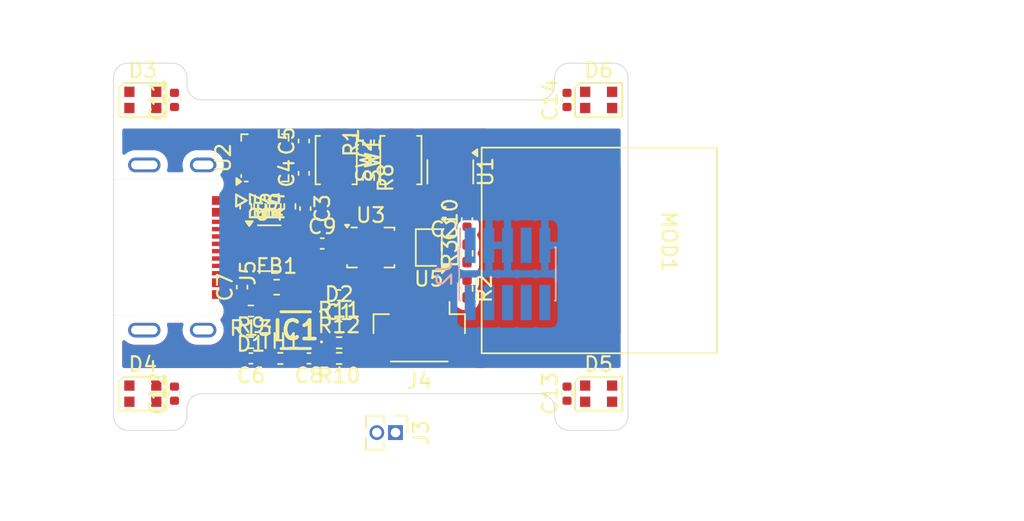
<source format=kicad_pcb>
(kicad_pcb (version 20241229) (generator "pcbnew") (generator_version "9.0")
  (layers (0 "F.Cu" signal) (4 "In1.Cu" signal) (6 "In2.Cu" signal) (2 "B.Cu" signal) (13 "F.Paste" user) (15 "B.Paste" user) (5 "F.SilkS" user "F.Silkscreen") (7 "B.SilkS" user "B.Silkscreen") (1 "F.Mask" user) (3 "B.Mask" user) (25 "Edge.Cuts" user))
  (net 0 "")
  (net 2 "+3.3V")
  (net 9 "GND")
  (net 10 "+5V")
  (net 11 "Net-(U2-D+)")
  (net 12 "Net-(U2-D-)")
  (net 27 "Net-(U2-VDD)")
  (net 28 "SWDCLK")
  (net 29 "SWDIO")
  (net 30 "~{RESET}")
  (net 31 "UART_RX")
  (net 32 "UART_TX")
  (net 33 "Net-(MOD1-P027{slash}SCL)")
  (net 34 "Net-(MOD1-P026{slash}SDA)")
  (net 35 "Net-(D1-K)")
  (net 36 "Net-(D1-A)")
  (net 37 "Net-(U2-TXD)")
  (net 38 "Net-(U2-RXD)")
  (net 39 "Net-(U4-VP)")
  (net 40 "Net-(R6-Pad1)")
  (net 41 "Net-(R7-Pad1)")
  (net 43 "Net-(U1-EN)")
  (net 44 "Net-(IC1-BATT)")
  (net 45 "Net-(C7-Pad1)")
  (net 46 "Net-(D2-A)")
  (net 47 "Net-(D2-K)")
  (net 48 "Net-(IC1-IPRE_TERM)")
  (net 49 "Net-(IC1-NTC)")
  (net 50 "Net-(IC1-ISET)")
  (net 51 "Net-(IC1-BATTSNS)")
  (net 77 "Net-(U3-GND-Pad6)")
  (net 93 "Net-(R8-Pad2)")
  (footprint "bt832lib:C_0402_1005Metric" (layer "F.Cu") (at 140.35 107.75 90)
    (property "Reference" "C14" (at 0 -1.16 90) (layer "F.SilkS"))
    (property "Value" "C_Small")
    (fp_line (start -0.107835 -0.359999) (end 0.107837 -0.36) (stroke (width 0.12)) (layer "F.SilkS"))
    (fp_line (start -0.107837 0.36) (end 0.107835 0.359999) (stroke (width 0.12)) (layer "F.SilkS"))
    (pad "1" smd roundrect (at -0.48 0 90) (size 0.56 0.62) (layers "F.Cu" "F.Mask" "F.Paste"))
    (pad "2" smd roundrect (at 0.48 0 90) (size 0.56 0.62) (layers "F.Cu" "F.Mask" "F.Paste"))
  )
  (footprint "bt832lib:R_0402_1005Metric_Pad0.72x0.64mm_HandSolder" (layer "F.Cu") (at 124.85 123.216667)
    (property "Reference" "R11" (at 0 -1.17 0) (layer "F.SilkS"))
    (property "Value" "R_Small")
    (fp_line (start -0.167621 -0.38) (end 0.167621 -0.38) (stroke (width 0.12)) (layer "F.SilkS"))
    (fp_line (start -0.167621 0.38) (end 0.167621 0.38) (stroke (width 0.12)) (layer "F.SilkS"))
    (pad "1" smd roundrect (at -0.5975 0) (size 0.715 0.64) (layers "F.Cu" "F.Mask" "F.Paste") (net 48 "Net-(IC1-IPRE_TERM)"))
    (pad "2" smd roundrect (at 0.5975 0) (size 0.715 0.64) (layers "F.Cu" "F.Mask" "F.Paste") (net 9 "GND"))
  )
  (footprint "bt832lib:C_0402_1005Metric" (layer "F.Cu") (at 122.8 125.35 180)
    (property "Reference" "C8" (at 0 -1.16 0) (layer "F.SilkS"))
    (property "Value" "C_Small")
    (fp_line (start -0.107833 -0.359996) (end 0.107838 -0.36) (stroke (width 0.12)) (layer "F.SilkS"))
    (fp_line (start -0.107838 0.36) (end 0.107833 0.359996) (stroke (width 0.12)) (layer "F.SilkS"))
    (pad "1" smd roundrect (at -0.48 0 180) (size 0.56 0.62) (layers "F.Cu" "F.Mask" "F.Paste") (net 10 "+5V"))
    (pad "2" smd roundrect (at 0.48 0 180) (size 0.56 0.62) (layers "F.Cu" "F.Mask" "F.Paste") (net 9 "GND"))
  )
  (footprint "bt832lib:R_0402_1005Metric_Pad0.72x0.64mm_HandSolder" (layer "F.Cu") (at 124.85 125.35 180)
    (property "Reference" "R10" (at 0 -1.17 0) (layer "F.SilkS"))
    (property "Value" "R_Small")
    (fp_line (start -0.167619 0.380003) (end 0.167619 0.379999) (stroke (width 0.12)) (layer "F.SilkS"))
    (fp_line (start -0.167619 -0.379999) (end 0.167619 -0.380003) (stroke (width 0.12)) (layer "F.SilkS"))
    (pad "1" smd roundrect (at -0.5975 0 180) (size 0.715 0.64) (layers "F.Cu" "F.Mask" "F.Paste") (net 46 "Net-(D2-A)"))
    (pad "2" smd roundrect (at 0.5975 0 180) (size 0.715 0.64) (layers "F.Cu" "F.Mask" "F.Paste") (net 10 "+5V"))
  )
  (footprint "bt832lib:SOT-23-5" (layer "F.Cu") (at 132.4125 112.65 -90)
    (property "Reference" "U1" (at 0 -2.4 90) (layer "F.SilkS"))
    (property "Value" "AP2112K-3.3")
    (fp_line (start 0 1.56) (end -0.8 1.56) (stroke (width 0.12)) (layer "F.SilkS"))
    (fp_line (start 0 1.56) (end 0.8 1.56) (stroke (width 0.12)) (layer "F.SilkS"))
    (fp_line (start 0 -1.56) (end -0.8 -1.56) (stroke (width 0.12)) (layer "F.SilkS"))
    (fp_line (start 0 -1.56) (end 0.8 -1.56) (stroke (width 0.12)) (layer "F.SilkS"))
    (fp_poly (pts (xy -1.300001 -1.509996) (xy -1.54 -1.84) (xy -1.059998 -1.84)) (stroke (width 0.12)) (fill yes) (layer "F.SilkS"))
    (pad "1" smd roundrect (at -1.1375 -0.95 270) (size 1.325 0.6) (layers "F.Cu" "F.Mask" "F.Paste") (net 43 "Net-(U1-EN)"))
    (pad "2" smd roundrect (at -1.1375 0 270) (size 1.325 0.6) (layers "F.Cu" "F.Mask" "F.Paste") (net 9 "GND"))
    (pad "3" smd roundrect (at -1.1375 0.95 270) (size 1.325 0.6) (layers "F.Cu" "F.Mask" "F.Paste") (net 43 "Net-(U1-EN)"))
    (pad "4" smd roundrect (at 1.1375 0.95 270) (size 1.325 0.6) (layers "F.Cu" "F.Mask" "F.Paste"))
    (pad "5" smd roundrect (at 1.1375 -0.95 270) (size 1.325 0.6) (layers "F.Cu" "F.Mask" "F.Paste") (net 2 "+3.3V"))
  )
  (footprint "bt832lib:C_0402_1005Metric" (layer "F.Cu") (at 132 115.4 180)
    (property "Reference" "C2" (at 0 -1.16 0) (layer "F.SilkS"))
    (property "Value" "C_Small")
    (fp_line (start -0.107834 -0.359996) (end 0.107838 -0.36) (stroke (width 0.12)) (layer "F.SilkS"))
    (fp_line (start -0.107838 0.36) (end 0.107834 0.359996) (stroke (width 0.12)) (layer "F.SilkS"))
    (pad "1" smd roundrect (at -0.48 0 180) (size 0.56 0.62) (layers "F.Cu" "F.Mask" "F.Paste") (net 2 "+3.3V"))
    (pad "2" smd roundrect (at 0.48 0 180) (size 0.56 0.62) (layers "F.Cu" "F.Mask" "F.Paste") (net 9 "GND"))
  )
  (footprint "bt832lib:R_0402_1005Metric_Pad0.72x0.64mm_HandSolder" (layer "F.Cu") (at 119.45 115 -90)
    (property "Reference" "R4" (at 0 -1.17 90) (layer "F.SilkS"))
    (property "Value" "R_Small")
    (fp_line (start -0.16762 0.380004) (end 0.167618 0.379999) (stroke (width 0.12)) (layer "F.SilkS"))
    (fp_line (start -0.167618 -0.379999) (end 0.16762 -0.380004) (stroke (width 0.12)) (layer "F.SilkS"))
    (pad "1" smd roundrect (at -0.5975 0 270) (size 0.715 0.64) (layers "F.Cu" "F.Mask" "F.Paste") (net 37 "Net-(U2-TXD)"))
    (pad "2" smd roundrect (at 0.5975 0 270) (size 0.715 0.64) (layers "F.Cu" "F.Mask" "F.Paste") (net 31 "UART_RX"))
  )
  (footprint "bt832lib:C_0402_1005Metric" (layer "F.Cu") (at 123.7 117.53)
    (property "Reference" "C9" (at 0 -1.16 0) (layer "F.SilkS"))
    (property "Value" "C_Small")
    (fp_line (start -0.107836 -0.36) (end 0.107836 -0.36) (stroke (width 0.12)) (layer "F.SilkS"))
    (fp_line (start -0.107836 0.36) (end 0.107836 0.36) (stroke (width 0.12)) (layer "F.SilkS"))
    (pad "1" smd roundrect (at -0.48 0) (size 0.56 0.62) (layers "F.Cu" "F.Mask" "F.Paste"))
    (pad "2" smd roundrect (at 0.48 0) (size 0.56 0.62) (layers "F.Cu" "F.Mask" "F.Paste"))
  )
  (footprint "bt832lib:LED_WS2812B-2020_PLCC4_2.0x2.0mm" (layer "F.Cu") (at 142.5 107.75)
    (property "Reference" "D6" (at 0 -2 0) (layer "F.SilkS"))
    (property "Value" "WS2812B-2020")
    (fp_line (start -1.6 1.15) (end -1.6 -0.85) (stroke (width 0.12)) (layer "F.SilkS"))
    (fp_line (start -1.6 1.15) (end 1.6 1.15) (stroke (width 0.12)) (layer "F.SilkS"))
    (fp_line (start -1.3 -1.15) (end -1.6 -0.85) (stroke (width 0.12)) (layer "F.SilkS"))
    (fp_line (start -1.3 -1.15) (end 1.6 -1.15) (stroke (width 0.12)) (layer "F.SilkS"))
    (fp_line (start 1.6 -1.15) (end 1.6 1.15) (stroke (width 0.12)) (layer "F.SilkS"))
    (pad "1" smd rect (at -0.915 -0.55) (size 0.7 0.7) (layers "F.Cu" "F.Mask" "F.Paste"))
    (pad "2" smd rect (at -0.915 0.55) (size 0.7 0.7) (layers "F.Cu" "F.Mask" "F.Paste"))
    (pad "3" smd rect (at 0.915 0.55) (size 0.7 0.7) (layers "F.Cu" "F.Mask" "F.Paste"))
    (pad "4" smd rect (at 0.915 -0.55) (size 0.7 0.7) (layers "F.Cu" "F.Mask" "F.Paste"))
  )
  (footprint "bt832lib:Molex_Pico-Clasp_501331-0407_1x04-1MP_P1.00mm_Vertical" (layer "F.Cu") (at 130.3 123.6 180)
    (property "Reference" "J4" (at 0.000004 -3.3 0) (layer "F.SilkS"))
    (property "Value" "Conn_01x04")
    (fp_line (start 3.110003 1.26) (end 2.06 1.26) (stroke (width 0.12)) (layer "F.SilkS"))
    (fp_line (start 3.110001 -0.039999) (end 3.110003 1.26) (stroke (width 0.12)) (layer "F.SilkS"))
    (fp_line (start -1.939997 -1.96) (end 1.94 -1.96) (stroke (width 0.12)) (layer "F.SilkS"))
    (fp_line (start -2.06 1.26) (end -2.060001 2.100001) (stroke (width 0.12)) (layer "F.SilkS"))
    (fp_line (start -3.11 1.26) (end -2.06 1.26) (stroke (width 0.12)) (layer "F.SilkS"))
    (fp_line (start -3.11 -0.04) (end -3.11 1.26) (stroke (width 0.12)) (layer "F.SilkS"))
    (pad "1" smd roundrect (at -1.5 1.325004 180) (size 0.6 1.55) (layers "F.Cu" "F.Mask" "F.Paste"))
    (pad "2" smd roundrect (at -0.499998 1.325007 180) (size 0.6 1.55) (layers "F.Cu" "F.Mask" "F.Paste"))
    (pad "3" smd roundrect (at 0.5 1.325 180) (size 0.6 1.55) (layers "F.Cu" "F.Mask" "F.Paste"))
    (pad "4" smd roundrect (at 1.5 1.325001 180) (size 0.6 1.55) (layers "F.Cu" "F.Mask" "F.Paste"))
    (pad "MP" smd roundrect (at -2.799999 -1.2 180) (size 1.2 1.8) (layers "F.Cu" "F.Mask" "F.Paste") (roundrect_rratio 0.208333))
    (pad "MP" smd roundrect (at 2.799999 -1.2 180) (size 1.2 1.8) (layers "F.Cu" "F.Mask" "F.Paste") (roundrect_rratio 0.208333))
  )
  (footprint "bt832lib:PinHeader_1x02_P1.27mm_Vertical" (layer "F.Cu") (at 128.685 130.399999 -90)
    (property "Reference" "J3" (at 0 -1.745 90) (layer "F.SilkS"))
    (property "Value" "Conn_01x02")
    (fp_line (start 0.317922 2.015) (end 1.16 2.014998) (stroke (width 0.12)) (layer "F.SilkS"))
    (fp_line (start -1.160002 2.014999) (end -0.317924 2.015) (stroke (width 0.12)) (layer "F.SilkS"))
    (fp_line (start 0.666709 0.810001) (end 1.159999 0.81) (stroke (width 0.12)) (layer "F.SilkS"))
    (fp_line (start 1.159999 0.81) (end 1.16 2.014998) (stroke (width 0.12)) (layer "F.SilkS"))
    (fp_line (start -1.160001 0.809999) (end -1.160002 2.014999) (stroke (width 0.12)) (layer "F.SilkS"))
    (fp_line (start -1.160001 0.809999) (end -0.666709 0.809999) (stroke (width 0.12)) (layer "F.SilkS"))
    (fp_line (start -1.16 0) (end -1.159999 -0.81) (stroke (width 0.12)) (layer "F.SilkS"))
    (fp_line (start -1.159999 -0.81) (end 0 -0.81) (stroke (width 0.12)) (layer "F.SilkS"))
    (pad "1" thru_hole rect (at 0 0 270) (size 1 1) (drill 0.65) (layers "*.Cu" "*.Mask") (net 44 "Net-(IC1-BATT)"))
    (pad "2" thru_hole circle (at 0 1.270001 270) (size 1 1) (drill 0.65) (layers "*.Cu" "*.Mask") (net 9 "GND"))
  )
  (footprint "bt832lib:C_0402_1005Metric" (layer "F.Cu") (at 113.65 107.75 90)
    (property "Reference" "C11" (at 0 -1.16 90) (layer "F.SilkS"))
    (property "Value" "C_Small")
    (fp_line (start -0.107835 -0.359999) (end 0.107837 -0.36) (stroke (width 0.12)) (layer "F.SilkS"))
    (fp_line (start -0.107837 0.36) (end 0.107835 0.359999) (stroke (width 0.12)) (layer "F.SilkS"))
    (pad "1" smd roundrect (at -0.48 0 90) (size 0.56 0.62) (layers "F.Cu" "F.Mask" "F.Paste"))
    (pad "2" smd roundrect (at 0.48 0 90) (size 0.56 0.62) (layers "F.Cu" "F.Mask" "F.Paste"))
  )
  (footprint "bt832lib:SW_SPST_B3U-1000P" (layer "F.Cu") (at 124.65 111.85 -90)
    (property "Reference" "SW1" (at -0.000001 -2.5 90) (layer "F.SilkS"))
    (property "Value" "SW_Omron_B3FS")
    (fp_line (start 1.649998 1.400001) (end 1.65 1.1) (stroke (width 0.12)) (layer "F.SilkS"))
    (fp_line (start -1.650001 1.399999) (end 1.649998 1.400001) (stroke (width 0.12)) (layer "F.SilkS"))
    (fp_line (start -1.65 1.1) (end -1.650001 1.399999) (stroke (width 0.12)) (layer "F.SilkS"))
    (fp_line (start -1.65 -1.1) (end -1.649998 -1.400001) (stroke (width 0.12)) (layer "F.SilkS"))
    (fp_line (start 1.650001 -1.399999) (end 1.65 -1.1) (stroke (width 0.12)) (layer "F.SilkS"))
    (fp_line (start -1.649998 -1.400001) (end 1.650001 -1.399999) (stroke (width 0.12)) (layer "F.SilkS"))
    (pad "1" smd rect (at -1.7 0 270) (size 0.9 1.7) (layers "F.Cu" "F.Mask" "F.Paste") (net 30 "~{RESET}"))
    (pad "2" smd rect (at 1.7 0 270) (size 0.9 1.7) (layers "F.Cu" "F.Mask" "F.Paste") (net 9 "GND"))
  )
  (footprint "bt832lib:C_0402_1005Metric" (layer "F.Cu") (at 133.55 115.9 90)
    (property "Reference" "C10" (at 0 -1.16 90) (layer "F.SilkS"))
    (property "Value" "C_Small")
    (fp_line (start -0.107835 -0.359999) (end 0.107837 -0.36) (stroke (width 0.12)) (layer "F.SilkS"))
    (fp_line (start -0.107837 0.36) (end 0.107835 0.359999) (stroke (width 0.12)) (layer "F.SilkS"))
    (pad "1" smd roundrect (at -0.48 0 90) (size 0.56 0.62) (layers "F.Cu" "F.Mask" "F.Paste"))
    (pad "2" smd roundrect (at 0.48 0 90) (size 0.56 0.62) (layers "F.Cu" "F.Mask" "F.Paste"))
  )
  (footprint "bt832lib:R_0402_1005Metric_Pad0.72x0.64mm_HandSolder" (layer "F.Cu") (at 118.5 115 -90)
    (property "Reference" "R5" (at 0 -1.17 90) (layer "F.SilkS"))
    (property "Value" "R_Small")
    (fp_line (start -0.16762 0.380004) (end 0.167619 0.379999) (stroke (width 0.12)) (layer "F.SilkS"))
    (fp_line (start -0.167619 -0.379999) (end 0.16762 -0.380004) (stroke (width 0.12)) (layer "F.SilkS"))
    (pad "1" smd roundrect (at -0.5975 0 270) (size 0.715 0.64) (layers "F.Cu" "F.Mask" "F.Paste") (net 38 "Net-(U2-RXD)"))
    (pad "2" smd roundrect (at 0.5975 0 270) (size 0.715 0.64) (layers "F.Cu" "F.Mask" "F.Paste") (net 32 "UART_TX"))
  )
  (footprint "bt832lib:LGA-14_3x2.5mm_P0.5mm_LayoutBorder3x4y" (layer "F.Cu") (at 127 117.8)
    (property "Reference" "U3" (at 0 -2.2 0) (layer "F.SilkS"))
    (property "Value" "LSM6DSM")
    (fp_line (start -1.61 1.359997) (end -1.610004 1.185001) (stroke (width 0.12)) (layer "F.SilkS"))
    (fp_line (start -0.935001 -1.36) (end -1.309999 -1.359999) (stroke (width 0.12)) (layer "F.SilkS"))
    (fp_line (start -0.935 1.359999) (end -1.61 1.359997) (stroke (width 0.12)) (layer "F.SilkS"))
    (fp_line (start 0.935 -1.359999) (end 1.61 -1.359997) (stroke (width 0.12)) (layer "F.SilkS"))
    (fp_line (start 0.935001 1.36) (end 1.610001 1.359998) (stroke (width 0.12)) (layer "F.SilkS"))
    (fp_line (start 1.61 -1.359997) (end 1.610004 -1.185001) (stroke (width 0.12)) (layer "F.SilkS"))
    (fp_line (start 1.610001 1.359998) (end 1.61 1.184999) (stroke (width 0.12)) (layer "F.SilkS"))
    (fp_poly (pts (xy -1.610001 -1.359998) (xy -1.749998 -1.549999) (xy -1.47 -1.549999) (xy -1.610001 -1.359998)) (stroke (width 0.12)) (fill yes) (layer "F.SilkS"))
    (pad "1" smd roundrect (at -1.162499 -0.75) (size 0.625 0.35) (layers "F.Cu" "F.Mask" "F.Paste"))
    (pad "2" smd roundrect (at -1.162504 -0.250002) (size 0.625 0.35) (layers "F.Cu" "F.Mask" "F.Paste"))
    (pad "3" smd roundrect (at -1.162501 0.250004) (size 0.625 0.35) (layers "F.Cu" "F.Mask" "F.Paste"))
    (pad "4" smd roundrect (at -1.1625 0.750001) (size 0.625 0.35) (layers "F.Cu" "F.Mask" "F.Paste"))
    (pad "5" smd roundrect (at -0.500001 0.9125) (size 0.35 0.625) (layers "F.Cu" "F.Mask" "F.Paste"))
    (pad "6" smd roundrect (at 0 0.9125) (size 0.35 0.625) (layers "F.Cu" "F.Mask" "F.Paste") (net 77 "Net-(U3-GND-Pad6)"))
    (pad "7" smd roundrect (at 0.5 0.9125) (size 0.35 0.625) (layers "F.Cu" "F.Mask" "F.Paste") (net 77 "Net-(U3-GND-Pad6)"))
    (pad "8" smd roundrect (at 1.162499 0.75) (size 0.625 0.35) (layers "F.Cu" "F.Mask" "F.Paste"))
    (pad "9" smd roundrect (at 1.162504 0.250002) (size 0.625 0.35) (layers "F.Cu" "F.Mask" "F.Paste"))
    (pad "10" smd roundrect (at 1.162501 -0.250004) (size 0.625 0.35) (layers "F.Cu" "F.Mask" "F.Paste"))
    (pad "11" smd roundrect (at 1.1625 -0.750001) (size 0.625 0.35) (layers "F.Cu" "F.Mask" "F.Paste"))
    (pad "12" smd roundrect (at 0.500001 -0.9125) (size 0.35 0.625) (layers "F.Cu" "F.Mask" "F.Paste"))
    (pad "13" smd roundrect (at 0 -0.9125) (size 0.35 0.625) (layers "F.Cu" "F.Mask" "F.Paste"))
    (pad "14" smd roundrect (at -0.5 -0.9125) (size 0.35 0.625) (layers "F.Cu" "F.Mask" "F.Paste"))
  )
  (footprint "bt832lib:C_0402_1005Metric" (layer "F.Cu") (at 122.45 112.75 90)
    (property "Reference" "C4" (at 0 -1.16 90) (layer "F.SilkS"))
    (property "Value" "C_Small")
    (fp_line (start -0.107834 -0.359996) (end 0.107838 -0.36) (stroke (width 0.12)) (layer "F.SilkS"))
    (fp_line (start -0.107838 0.36) (end 0.107834 0.359996) (stroke (width 0.12)) (layer "F.SilkS"))
    (pad "1" smd roundrect (at -0.48 0 90) (size 0.56 0.62) (layers "F.Cu" "F.Mask" "F.Paste") (net 10 "+5V"))
    (pad "2" smd roundrect (at 0.48 0 90) (size 0.56 0.62) (layers "F.Cu" "F.Mask" "F.Paste") (net 9 "GND"))
  )
  (footprint "bt832lib:R_0402_1005Metric_Pad0.72x0.64mm_HandSolder" (layer "F.Cu") (at 120.5 115 90)
    (property "Reference" "R7" (at 0 -1.17 90) (layer "F.SilkS"))
    (property "Value" "R_Small")
    (fp_line (start -0.167619 -0.379999) (end 0.16762 -0.380004) (stroke (width 0.12)) (layer "F.SilkS"))
    (fp_line (start -0.16762 0.380004) (end 0.167619 0.379999) (stroke (width 0.12)) (layer "F.SilkS"))
    (pad "1" smd roundrect (at -0.5975 0 90) (size 0.715 0.64) (layers "F.Cu" "F.Mask" "F.Paste") (net 41 "Net-(R7-Pad1)"))
    (pad "2" smd roundrect (at 0.5975 0 90) (size 0.715 0.64) (layers "F.Cu" "F.Mask" "F.Paste") (net 11 "Net-(U2-D+)"))
  )
  (footprint "bt832lib:C_0402_1005Metric" (layer "F.Cu") (at 122.55 115.15 -90)
    (property "Reference" "C3" (at 0 -1.16 90) (layer "F.SilkS"))
    (property "Value" "C_Small")
    (fp_line (start -0.107838 0.36) (end 0.107834 0.359996) (stroke (width 0.12)) (layer "F.SilkS"))
    (fp_line (start -0.107834 -0.359996) (end 0.107838 -0.36) (stroke (width 0.12)) (layer "F.SilkS"))
    (pad "1" smd roundrect (at -0.48 0 270) (size 0.56 0.62) (layers "F.Cu" "F.Mask" "F.Paste") (net 27 "Net-(U2-VDD)"))
    (pad "2" smd roundrect (at 0.48 0 270) (size 0.56 0.62) (layers "F.Cu" "F.Mask" "F.Paste") (net 9 "GND"))
  )
  (footprint "bt832lib:LED_WS2812B-2020_PLCC4_2.0x2.0mm" (layer "F.Cu") (at 111.5 127.75)
    (property "Reference" "D4" (at 0 -2 0) (layer "F.SilkS"))
    (property "Value" "WS2812B-2020")
    (fp_line (start -1.6 1.15) (end -1.6 -0.85) (stroke (width 0.12)) (layer "F.SilkS"))
    (fp_line (start -1.6 1.15) (end 1.6 1.15) (stroke (width 0.12)) (layer "F.SilkS"))
    (fp_line (start -1.3 -1.15) (end -1.6 -0.85) (stroke (width 0.12)) (layer "F.SilkS"))
    (fp_line (start -1.3 -1.15) (end 1.6 -1.15) (stroke (width 0.12)) (layer "F.SilkS"))
    (fp_line (start 1.6 -1.15) (end 1.6 1.15) (stroke (width 0.12)) (layer "F.SilkS"))
    (pad "1" smd rect (at -0.915 -0.55) (size 0.7 0.7) (layers "F.Cu" "F.Mask" "F.Paste"))
    (pad "2" smd rect (at -0.915 0.55) (size 0.7 0.7) (layers "F.Cu" "F.Mask" "F.Paste"))
    (pad "3" smd rect (at 0.915 0.55) (size 0.7 0.7) (layers "F.Cu" "F.Mask" "F.Paste"))
    (pad "4" smd rect (at 0.915 -0.55) (size 0.7 0.7) (layers "F.Cu" "F.Mask" "F.Paste"))
  )
  (footprint "bt832lib:C_0402_1005Metric" (layer "F.Cu") (at 118.25 120.5 90)
    (property "Reference" "C7" (at 0 -1.16 90) (layer "F.SilkS"))
    (property "Value" "C_Small")
    (fp_line (start -0.107834 -0.359996) (end 0.107838 -0.36) (stroke (width 0.12)) (layer "F.SilkS"))
    (fp_line (start -0.107838 0.36) (end 0.107834 0.359996) (stroke (width 0.12)) (layer "F.SilkS"))
    (pad "1" smd roundrect (at -0.48 0 90) (size 0.56 0.62) (layers "F.Cu" "F.Mask" "F.Paste") (net 45 "Net-(C7-Pad1)"))
    (pad "2" smd roundrect (at 0.48 0 90) (size 0.56 0.62) (layers "F.Cu" "F.Mask" "F.Paste") (net 9 "GND"))
  )
  (footprint "bt832lib:QFN-20-1EP_3x3mm_P0.4mm_EP1.65x1.65mm" (layer "F.Cu") (at 119.8 111.7 90)
    (property "Reference" "U2" (at 0 -2.83 90) (layer "F.SilkS"))
    (property "Value" "CP2102N-Axx-xQFN20")
    (fp_line (start 1.159995 -1.610001) (end 1.61 -1.61) (stroke (width 0.12)) (layer "F.SilkS"))
    (fp_line (start 1.61 -1.61) (end 1.609996 -1.160003) (stroke (width 0.12)) (layer "F.SilkS"))
    (fp_line (start -1.160003 -1.609996) (end -1.31 -1.61) (stroke (width 0.12)) (layer "F.SilkS"))
    (fp_line (start -1.610001 -1.159995) (end -1.61 -1.37) (stroke (width 0.12)) (layer "F.SilkS"))
    (fp_line (start 1.160003 1.609996) (end 1.61 1.61) (stroke (width 0.12)) (layer "F.SilkS"))
    (fp_line (start 1.61 1.61) (end 1.610001 1.159995) (stroke (width 0.12)) (layer "F.SilkS"))
    (fp_line (start -1.61 1.61) (end -1.609996 1.160003) (stroke (width 0.12)) (layer "F.SilkS"))
    (fp_line (start -1.159995 1.610001) (end -1.61 1.61) (stroke (width 0.12)) (layer "F.SilkS"))
    (fp_poly (pts (xy -1.61 -1.61) (xy -1.849998 -1.940001) (xy -1.37 -1.94)) (stroke (width 0.12)) (fill yes) (layer "F.SilkS"))
    (pad "1" smd roundrect (at -1.45 -0.8 90) (size 0.85 0.2) (layers "F.Cu" "F.Mask" "F.Paste"))
    (pad "2" smd roundrect (at -1.449997 -0.399999 90) (size 0.85 0.2) (layers "F.Cu" "F.Mask" "F.Paste"))
    (pad "3" smd roundrect (at -1.449998 0 90) (size 0.85 0.2) (layers "F.Cu" "F.Mask" "F.Paste") (net 9 "GND"))
    (pad "4" smd roundrect (at -1.449997 0.399999 90) (size 0.85 0.2) (layers "F.Cu" "F.Mask" "F.Paste") (net 11 "Net-(U2-D+)"))
    (pad "5" smd roundrect (at -1.45 0.8 90) (size 0.85 0.2) (layers "F.Cu" "F.Mask" "F.Paste") (net 12 "Net-(U2-D-)"))
    (pad "6" smd roundrect (at -0.8 1.45 90) (size 0.2 0.85) (layers "F.Cu" "F.Mask" "F.Paste") (net 27 "Net-(U2-VDD)"))
    (pad "7" smd roundrect (at -0.399999 1.449997 90) (size 0.2 0.85) (layers "F.Cu" "F.Mask" "F.Paste") (net 10 "+5V"))
    (pad "8" smd roundrect (at 0 1.449998 90) (size 0.2 0.85) (layers "F.Cu" "F.Mask" "F.Paste") (net 10 "+5V"))
    (pad "9" smd roundrect (at 0.399999 1.449997 90) (size 0.2 0.85) (layers "F.Cu" "F.Mask" "F.Paste") (net 30 "~{RESET}"))
    (pad "10" smd roundrect (at 0.8 1.45 90) (size 0.2 0.85) (layers "F.Cu" "F.Mask" "F.Paste"))
    (pad "11" smd roundrect (at 1.45 0.8 90) (size 0.85 0.2) (layers "F.Cu" "F.Mask" "F.Paste"))
    (pad "12" smd roundrect (at 1.449997 0.399999 90) (size 0.85 0.2) (layers "F.Cu" "F.Mask" "F.Paste") (net 9 "GND"))
    (pad "13" smd roundrect (at 1.449998 0 90) (size 0.85 0.2) (layers "F.Cu" "F.Mask" "F.Paste"))
    (pad "14" smd roundrect (at 1.449997 -0.399999 90) (size 0.85 0.2) (layers "F.Cu" "F.Mask" "F.Paste"))
    (pad "15" smd roundrect (at 1.45 -0.8 90) (size 0.85 0.2) (layers "F.Cu" "F.Mask" "F.Paste"))
    (pad "16" smd roundrect (at 0.8 -1.45 90) (size 0.2 0.85) (layers "F.Cu" "F.Mask" "F.Paste"))
    (pad "17" smd roundrect (at 0.399999 -1.449997 90) (size 0.2 0.85) (layers "F.Cu" "F.Mask" "F.Paste") (net 38 "Net-(U2-RXD)"))
    (pad "18" smd roundrect (at 0 -1.449998 90) (size 0.2 0.85) (layers "F.Cu" "F.Mask" "F.Paste") (net 37 "Net-(U2-TXD)"))
    (pad "19" smd roundrect (at -0.399999 -1.449997 90) (size 0.2 0.85) (layers "F.Cu" "F.Mask" "F.Paste"))
    (pad "20" smd roundrect (at -0.8 -1.45 90) (size 0.2 0.85) (layers "F.Cu" "F.Mask" "F.Paste"))
    (pad "21" smd rect (at 0 0 90) (size 1.65 1.65) (property pad_prop_heatsink) (layers "F.Cu" "F.Mask") (net 9 "GND"))
  )
  (footprint "bt832lib:LED_0402_1005Metric_Pad0.77x0.64mm_HandSolder" (layer "F.Cu") (at 118.85 123.2 180)
    (property "Reference" "D1" (at 0 -1.17 0) (layer "F.SilkS"))
    (property "Value" "LED")
    (fp_circle (center -1.265 0) (end -1.215 0) (stroke (width 0.1)) (fill no) (layer "F.SilkS"))
    (pad "1" smd roundrect (at -0.5725 0 180) (size 0.765 0.64) (layers "F.Cu" "F.Mask" "F.Paste") (net 35 "Net-(D1-K)"))
    (pad "2" smd roundrect (at 0.5725 0 180) (size 0.765 0.64) (layers "F.Cu" "F.Mask" "F.Paste") (net 36 "Net-(D1-A)"))
  )
  (footprint "bt832lib:C_0402_1005Metric" (layer "F.Cu") (at 140.35 127.75 90)
    (property "Reference" "C13" (at 0 -1.16 90) (layer "F.SilkS"))
    (property "Value" "C_Small")
    (fp_line (start -0.107835 -0.359999) (end 0.107837 -0.36) (stroke (width 0.12)) (layer "F.SilkS"))
    (fp_line (start -0.107837 0.36) (end 0.107835 0.359999) (stroke (width 0.12)) (layer "F.SilkS"))
    (pad "1" smd roundrect (at -0.48 0 90) (size 0.56 0.62) (layers "F.Cu" "F.Mask" "F.Paste"))
    (pad "2" smd roundrect (at 0.48 0 90) (size 0.56 0.62) (layers "F.Cu" "F.Mask" "F.Paste"))
  )
  (footprint "bt832lib:R_0402_1005Metric_Pad0.72x0.64mm_HandSolder" (layer "F.Cu") (at 133.55 120.6 -90)
    (property "Reference" "R2" (at 0 -1.17 90) (layer "F.SilkS"))
    (property "Value" "R_Small")
    (fp_line (start -0.167618 0.380001) (end 0.167619 0.379999) (stroke (width 0.12)) (layer "F.SilkS"))
    (fp_line (start -0.167619 -0.379999) (end 0.167618 -0.380001) (stroke (width 0.12)) (layer "F.SilkS"))
    (pad "1" smd roundrect (at -0.5975 0 270) (size 0.715 0.64) (layers "F.Cu" "F.Mask" "F.Paste") (net 2 "+3.3V"))
    (pad "2" smd roundrect (at 0.5975 0 270) (size 0.715 0.64) (layers "F.Cu" "F.Mask" "F.Paste") (net 34 "Net-(MOD1-P026{slash}SDA)"))
  )
  (footprint "bt832lib:SC-74-6_1.55x2.9mm_P0.95mm" (layer "F.Cu") (at 120.1 117.85)
    (property "Reference" "U4" (at 0 -2.4 0) (layer "F.SilkS"))
    (property "Value" "IP4234CZ6")
    (fp_line (start 0 -1.56) (end -0.775 -1.56) (stroke (width 0.12)) (layer "F.SilkS"))
    (fp_line (start 0 -1.56) (end 0.775 -1.56) (stroke (width 0.12)) (layer "F.SilkS"))
    (fp_line (start 0 1.56) (end -0.775 1.56) (stroke (width 0.12)) (layer "F.SilkS"))
    (fp_line (start 0 1.56) (end 0.775 1.56) (stroke (width 0.12)) (layer "F.SilkS"))
    (fp_poly (pts (xy -1.362501 -1.51) (xy -1.6025 -1.84) (xy -1.1225 -1.84)) (stroke (width 0.12)) (fill yes) (layer "F.SilkS"))
    (pad "1" smd roundrect (at -1.150004 -0.949997) (size 1.6 0.6) (layers "F.Cu" "F.Mask" "F.Paste") (net 41 "Net-(R7-Pad1)"))
    (pad "2" smd roundrect (at -1.149999 0) (size 1.6 0.6) (layers "F.Cu" "F.Mask" "F.Paste") (net 9 "GND"))
    (pad "3" smd roundrect (at -1.150001 0.949998) (size 1.6 0.6) (layers "F.Cu" "F.Mask" "F.Paste"))
    (pad "4" smd roundrect (at 1.150004 0.949997) (size 1.6 0.6) (layers "F.Cu" "F.Mask" "F.Paste"))
    (pad "5" smd roundrect (at 1.149999 0) (size 1.6 0.6) (layers "F.Cu" "F.Mask" "F.Paste") (net 39 "Net-(U4-VP)"))
    (pad "6" smd roundrect (at 1.150001 -0.949998) (size 1.6 0.6) (layers "F.Cu" "F.Mask" "F.Paste") (net 40 "Net-(R6-Pad1)"))
  )
  (footprint "bt832lib:R_0402_1005Metric_Pad0.72x0.64mm_HandSolder" (layer "F.Cu") (at 121.5 115 90)
    (property "Reference" "R6" (at 0 -1.17 90) (layer "F.SilkS"))
    (property "Value" "R_Small")
    (fp_line (start -0.167619 -0.379999) (end 0.16762 -0.380004) (stroke (width 0.12)) (layer "F.SilkS"))
    (fp_line (start -0.16762 0.380004) (end 0.167619 0.379999) (stroke (width 0.12)) (layer "F.SilkS"))
    (pad "1" smd roundrect (at -0.5975 0 90) (size 0.715 0.64) (layers "F.Cu" "F.Mask" "F.Paste") (net 40 "Net-(R6-Pad1)"))
    (pad "2" smd roundrect (at 0.5975 0 90) (size 0.715 0.64) (layers "F.Cu" "F.Mask" "F.Paste") (net 12 "Net-(U2-D-)"))
  )
  (footprint "bt832lib:R_0402_1005Metric_Pad0.72x0.64mm_HandSolder" (layer "F.Cu") (at 124.85 124.283333)
    (property "Reference" "R12" (at 0 -1.17 0) (layer "F.SilkS"))
    (property "Value" "R_Small")
    (fp_line (start -0.167619 -0.379999) (end 0.167618 -0.380001) (stroke (width 0.12)) (layer "F.SilkS"))
    (fp_line (start -0.167618 0.380001) (end 0.167619 0.379999) (stroke (width 0.12)) (layer "F.SilkS"))
    (pad "1" smd roundrect (at -0.5975 0) (size 0.715 0.64) (layers "F.Cu" "F.Mask" "F.Paste") (net 50 "Net-(IC1-ISET)"))
    (pad "2" smd roundrect (at 0.5975 0) (size 0.715 0.64) (layers "F.Cu" "F.Mask" "F.Paste") (net 9 "GND"))
  )
  (footprint "bt832lib:WLCSP-8_1.551x2.284mm_Layout2x4_P0.5mm" (layer "F.Cu") (at 130.95 117.8 180)
    (property "Reference" "U5" (at 0.000004 -2.142 0) (layer "F.SilkS"))
    (property "Value" "AT25SL321-U")
    (fp_line (start 0.8855 1.251999) (end -0.885499 1.252001) (stroke (width 0.12)) (layer "F.SilkS"))
    (fp_line (start 0.885499 -1.252001) (end 0.8855 1.251999) (stroke (width 0.12)) (layer "F.SilkS"))
    (fp_line (start -0.497748 -1.252) (end 0.885499 -1.252001) (stroke (width 0.12)) (layer "F.SilkS"))
    (fp_line (start -0.885499 1.252001) (end -0.885499 -0.864246) (stroke (width 0.12)) (layer "F.SilkS"))
    (fp_poly (pts (xy -0.8855 -1.251999) (xy -1.3855 -1.252) (xy -0.885501 -1.752) (xy -0.8855 -1.251999)) (stroke (width 0.12)) (fill yes) (layer "F.SilkS"))
    (pad "A1" smd circle (at -0.250002 -0.749995 180) (size 0.2 0.2) (property pad_prop_bga) (layers "F.Cu" "F.Mask" "F.Paste"))
    (pad "A2" smd circle (at 0.249996 -0.749997 180) (size 0.2 0.2) (property pad_prop_bga) (layers "F.Cu" "F.Mask" "F.Paste"))
    (pad "B1" smd circle (at -0.249998 -0.249998 180) (size 0.2 0.2) (property pad_prop_bga) (layers "F.Cu" "F.Mask" "F.Paste"))
    (pad "B2" smd circle (at 0.249998 -0.249998 180) (size 0.2 0.2) (property pad_prop_bga) (layers "F.Cu" "F.Mask" "F.Paste"))
    (pad "C1" smd circle (at -0.249998 0.249998 180) (size 0.2 0.2) (property pad_prop_bga) (layers "F.Cu" "F.Mask" "F.Paste"))
    (pad "C2" smd circle (at 0.249998 0.249998 180) (size 0.2 0.2) (property pad_prop_bga) (layers "F.Cu" "F.Mask" "F.Paste"))
    (pad "D1" smd circle (at -0.249996 0.749997 180) (size 0.2 0.2) (property pad_prop_bga) (layers "F.Cu" "F.Mask" "F.Paste"))
    (pad "D2" smd circle (at 0.250002 0.749995 180) (size 0.2 0.2) (property pad_prop_bga) (layers "F.Cu" "F.Mask" "F.Paste"))
  )
  (footprint "bt832lib:LED_WS2812B-2020_PLCC4_2.0x2.0mm" (layer "F.Cu") (at 111.5 107.75)
    (property "Reference" "D3" (at 0 -2 0) (layer "F.SilkS"))
    (property "Value" "WS2812B-2020")
    (fp_line (start -1.6 1.15) (end -1.6 -0.85) (stroke (width 0.12)) (layer "F.SilkS"))
    (fp_line (start -1.6 1.15) (end 1.6 1.15) (stroke (width 0.12)) (layer "F.SilkS"))
    (fp_line (start -1.3 -1.15) (end -1.6 -0.85) (stroke (width 0.12)) (layer "F.SilkS"))
    (fp_line (start -1.3 -1.15) (end 1.6 -1.15) (stroke (width 0.12)) (layer "F.SilkS"))
    (fp_line (start 1.6 -1.15) (end 1.6 1.15) (stroke (width 0.12)) (layer "F.SilkS"))
    (pad "1" smd rect (at -0.915 -0.55) (size 0.7 0.7) (layers "F.Cu" "F.Mask" "F.Paste"))
    (pad "2" smd rect (at -0.915 0.55) (size 0.7 0.7) (layers "F.Cu" "F.Mask" "F.Paste"))
    (pad "3" smd rect (at 0.915 0.55) (size 0.7 0.7) (layers "F.Cu" "F.Mask" "F.Paste"))
    (pad "4" smd rect (at 0.915 -0.55) (size 0.7 0.7) (layers "F.Cu" "F.Mask" "F.Paste"))
  )
  (footprint "bt832lib:R_0402_1005Metric_Pad0.72x0.64mm_HandSolder" (layer "F.Cu") (at 126.85 113.05 -90)
    (property "Reference" "R8" (at 0 -1.17 90) (layer "F.SilkS"))
    (property "Value" "R_Small")
    (fp_line (start -0.167618 0.380001) (end 0.167618 0.379999) (stroke (width 0.12)) (layer "F.SilkS"))
    (fp_line (start -0.167618 -0.379999) (end 0.167618 -0.380001) (stroke (width 0.12)) (layer "F.SilkS"))
    (pad "1" smd roundrect (at -0.5975 0 270) (size 0.715 0.64) (layers "F.Cu" "F.Mask" "F.Paste") (net 2 "+3.3V"))
    (pad "2" smd roundrect (at 0.5975 0 270) (size 0.715 0.64) (layers "F.Cu" "F.Mask" "F.Paste") (net 93 "Net-(R8-Pad2)"))
  )
  (footprint "bt832lib:R_0402_1005Metric_Pad0.72x0.64mm_HandSolder" (layer "F.Cu") (at 118.85 124.275)
    (property "Reference" "R9" (at 0 -1.17 0) (layer "F.SilkS"))
    (property "Value" "R_Small")
    (fp_line (start -0.167619 -0.379999) (end 0.167618 -0.38) (stroke (width 0.12)) (layer "F.SilkS"))
    (fp_line (start -0.167618 0.38) (end 0.167619 0.379999) (stroke (width 0.12)) (layer "F.SilkS"))
    (pad "1" smd roundrect (at -0.5975 0) (size 0.715 0.64) (layers "F.Cu" "F.Mask" "F.Paste") (net 36 "Net-(D1-A)"))
    (pad "2" smd roundrect (at 0.5975 0) (size 0.715 0.64) (layers "F.Cu" "F.Mask" "F.Paste") (net 44 "Net-(IC1-BATT)"))
  )
  (footprint "bt832lib:L_0603_1608Metric_Pad1.05x0.95mm_HandSolder" (layer "F.Cu") (at 120.6 120.5)
    (property "Reference" "FB1" (at -0.000001 -1.429999 0) (layer "F.SilkS"))
    (property "Value" "FerriteBead_Small")
    (fp_line (start -0.171268 -0.509999) (end 0.171266 -0.509999) (stroke (width 0.12)) (layer "F.SilkS"))
    (fp_line (start -0.171266 0.509999) (end 0.171268 0.509999) (stroke (width 0.12)) (layer "F.SilkS"))
    (pad "1" smd roundrect (at -0.875 0) (size 1.05 0.95) (layers "F.Cu" "F.Mask" "F.Paste") (net 39 "Net-(U4-VP)"))
    (pad "2" smd roundrect (at 0.875 0) (size 1.05 0.95) (layers "F.Cu" "F.Mask" "F.Paste") (net 10 "+5V"))
  )
  (footprint "bt832lib:LED_0402_1005Metric_Pad0.77x0.64mm_HandSolder" (layer "F.Cu") (at 124.85 122.15)
    (property "Reference" "D2" (at 0 -1.17 0) (layer "F.SilkS"))
    (property "Value" "LED")
    (fp_circle (center -1.265 0) (end -1.215 0) (stroke (width 0.1)) (fill no) (layer "F.SilkS"))
    (pad "1" smd roundrect (at -0.5725 0) (size 0.765 0.64) (layers "F.Cu" "F.Mask" "F.Paste") (net 47 "Net-(D2-K)"))
    (pad "2" smd roundrect (at 0.5725 0) (size 0.765 0.64) (layers "F.Cu" "F.Mask" "F.Paste") (net 46 "Net-(D2-A)"))
  )
  (footprint "bt832lib:SW_SPST_B3U-1000P" (layer "F.Cu") (at 129.05 111.85 90)
    (property "Reference" "SW2" (at -0.000001 -2.5 90) (layer "F.SilkS"))
    (property "Value" "SW_Omron_B3FS")
    (fp_line (start -1.649998 -1.400001) (end 1.650001 -1.399999) (stroke (width 0.12)) (layer "F.SilkS"))
    (fp_line (start 1.650001 -1.399999) (end 1.65 -1.1) (stroke (width 0.12)) (layer "F.SilkS"))
    (fp_line (start -1.65 -1.1) (end -1.649998 -1.400001) (stroke (width 0.12)) (layer "F.SilkS"))
    (fp_line (start -1.65 1.1) (end -1.650001 1.399999) (stroke (width 0.12)) (layer "F.SilkS"))
    (fp_line (start -1.650001 1.399999) (end 1.649998 1.400001) (stroke (width 0.12)) (layer "F.SilkS"))
    (fp_line (start 1.649998 1.400001) (end 1.65 1.1) (stroke (width 0.12)) (layer "F.SilkS"))
    (pad "1" smd rect (at -1.7 0 90) (size 0.9 1.7) (layers "F.Cu" "F.Mask" "F.Paste") (net 93 "Net-(R8-Pad2)"))
    (pad "2" smd rect (at 1.7 0 90) (size 0.9 1.7) (layers "F.Cu" "F.Mask" "F.Paste"))
  )
  (footprint "bt832lib:MP2703GRP0000Z" (layer "F.Cu") (at 121.9 123.425 180)
    (property "Reference" "IC1" (at 0 0 0) (layer "F.SilkS") (effects (font (size 1.27 1.27) (thickness 0.254))))
    (property "Value" "MP2703GRP-0000-Z" (hide yes))
    (fp_line (start -0.999998 1.249999) (end 1.000001 1.249999) (stroke (width 0.2)) (layer "F.SilkS"))
    (fp_line (start -1.000001 -1.249999) (end 0.999998 -1.249999) (stroke (width 0.2)) (layer "F.SilkS"))
    (fp_line (start -1.699999 -0.8) (end -1.699999 -0.8) (stroke (width 0.1)) (layer "F.SilkS"))
    (fp_line (start -1.800001 -0.800001) (end -1.800001 -0.800001) (stroke (width 0.1)) (layer "F.SilkS"))
    (fp_arc (start -1.699999 -0.8) (mid -1.749999 -0.75) (end -1.800001 -0.800001) (stroke (width 0.1)) (layer "F.SilkS"))
    (fp_arc (start -1.800001 -0.800001) (mid -1.749999 -0.85) (end -1.699999 -0.8) (stroke (width 0.1)) (layer "F.SilkS"))
    (pad "1" smd rect (at -0.849999 -0.8 270) (size 0.2 0.9) (layers "F.Cu" "F.Mask" "F.Paste") (net 10 "+5V"))
    (pad "2" smd rect (at -0.9 -0.399999 270) (size 0.2 0.8) (layers "F.Cu" "F.Mask" "F.Paste") (net 50 "Net-(IC1-ISET)"))
    (pad "3" smd rect (at -0.9 0 270) (size 0.2 0.8) (layers "F.Cu" "F.Mask" "F.Paste") (net 9 "GND"))
    (pad "4" smd rect (at -0.9 0.4 270) (size 0.2 0.8) (layers "F.Cu" "F.Mask" "F.Paste") (net 48 "Net-(IC1-IPRE_TERM)"))
    (pad "5" smd rect (at -0.900001 0.8 270) (size 0.2 0.8) (layers "F.Cu" "F.Mask" "F.Paste") (net 47 "Net-(D2-K)"))
    (pad "6" smd rect (at 0.899999 0.800001 270) (size 0.2 0.8) (layers "F.Cu" "F.Mask" "F.Paste"))
    (pad "7" smd rect (at 0.9 0.399999 270) (size 0.2 0.8) (layers "F.Cu" "F.Mask" "F.Paste") (net 51 "Net-(IC1-BATTSNS)"))
    (pad "8" smd rect (at 0.9 0 270) (size 0.2 0.8) (layers "F.Cu" "F.Mask" "F.Paste") (net 35 "Net-(D1-K)"))
    (pad "9" smd rect (at 0.9 -0.4 270) (size 0.2 0.8) (layers "F.Cu" "F.Mask" "F.Paste") (net 49 "Net-(IC1-NTC)"))
    (pad "10" smd rect (at 0.900001 -0.8 270) (size 0.2 0.8) (layers "F.Cu" "F.Mask" "F.Paste") (net 44 "Net-(IC1-BATT)"))
  )
  (footprint "bt832lib:C_0402_1005Metric" (layer "F.Cu") (at 118.85 125.35 180)
    (property "Reference" "C6" (at 0 -1.16 0) (layer "F.SilkS"))
    (property "Value" "C_Small")
    (fp_line (start -0.107834 -0.359997) (end 0.107838 -0.36) (stroke (width 0.12)) (layer "F.SilkS"))
    (fp_line (start -0.107838 0.36) (end 0.107834 0.359997) (stroke (width 0.12)) (layer "F.SilkS"))
    (pad "1" smd roundrect (at -0.48 0 180) (size 0.56 0.62) (layers "F.Cu" "F.Mask" "F.Paste") (net 44 "Net-(IC1-BATT)"))
    (pad "2" smd roundrect (at 0.48 0 180) (size 0.56 0.62) (layers "F.Cu" "F.Mask" "F.Paste") (net 9 "GND"))
  )
  (footprint "bt832lib:C_0402_1005Metric" (layer "F.Cu") (at 113.65 127.75 90)
    (property "Reference" "C12" (at 0 -1.16 90) (layer "F.SilkS"))
    (property "Value" "C_Small")
    (fp_line (start -0.107835 -0.359999) (end 0.107837 -0.36) (stroke (width 0.12)) (layer "F.SilkS"))
    (fp_line (start -0.107837 0.36) (end 0.107835 0.359999) (stroke (width 0.12)) (layer "F.SilkS"))
    (pad "1" smd roundrect (at -0.48 0 90) (size 0.56 0.62) (layers "F.Cu" "F.Mask" "F.Paste"))
    (pad "2" smd roundrect (at 0.48 0 90) (size 0.56 0.62) (layers "F.Cu" "F.Mask" "F.Paste"))
  )
  (footprint "bt832lib:MOLEX_2169900001" (layer "F.Cu") (at 109.5 117.8 -90)
    (property "Reference" "J5" (at 1.730002 -9.145 90) (layer "F.SilkS"))
    (property "Value" "2169900001")
    (fp_line (start -3.6 -8.35) (end -2.8 -8.35) (stroke (width 0.15)) (layer "F.SilkS"))
    (fp_line (start -2.8 -8.35) (end -3.2 -9.05) (stroke (width 0.15)) (layer "F.SilkS"))
    (fp_line (start -3.2 -9.05) (end -3.6 -8.35) (stroke (width 0.15)) (layer "F.SilkS"))
    (fp_line (start -4.62 0) (end -4.62 -6.699997) (stroke (width 0.01)) (layer "Edge.Cuts"))
    (fp_line (start 4.62 0) (end -4.62 0) (stroke (width 0.01)) (layer "Edge.Cuts"))
    (fp_line (start -3.80038 -6.699997) (end 3.800383 -6.700002) (stroke (width 0.01)) (layer "Edge.Cuts"))
    (fp_line (start 4.620002 -6.699998) (end 4.62 0) (stroke (width 0.01)) (layer "Edge.Cuts"))
    (fp_arc (start -3.80038 -6.699997) (mid -3.950382 -6.740188) (end -4.06019 -6.849997) (stroke (width 0.01)) (layer "Edge.Cuts"))
    (fp_arc (start -4.62 -6.700004) (mid -4.397644 -6.989779) (end -4.06019 -6.850002) (stroke (width 0.01)) (layer "Edge.Cuts"))
    (fp_arc (start 4.06019 -6.85) (mid 3.950383 -6.740193) (end 3.800383 -6.700002) (stroke (width 0.01)) (layer "Edge.Cuts"))
    (fp_arc (start 4.060191 -6.850003) (mid 4.397647 -6.989779) (end 4.620002 -6.699998) (stroke (width 0.01)) (layer "Edge.Cuts"))
    (pad "A1_B12" smd rect (at -3.2 -7.25 270) (size 0.598 1.1) (layers "F.Cu" "F.Paste"))
    (pad "A4_B9" smd rect (at -2.399998 -7.25 270) (size 0.598 1.1) (layers "F.Cu" "F.Paste"))
    (pad "A5" smd rect (at -1.249997 -7.250002 270) (size 0.298 1.1) (layers "F.Cu" "F.Paste"))
    (pad "A6" smd rect (at -0.250001 -7.25 270) (size 0.298 1.1) (layers "F.Cu" "F.Paste"))
    (pad "A7" smd rect (at 0.249996 -7.25 270) (size 0.298 1.1) (layers "F.Cu" "F.Paste"))
    (pad "A8" smd rect (at 1.250002 -7.250001 270) (size 0.298 1.1) (layers "F.Cu" "F.Paste"))
    (pad "B1_A12" smd rect (at 3.2 -7.25 270) (size 0.598 1.1) (layers "F.Cu" "F.Paste"))
    (pad "B4_A9" smd rect (at 2.399998 -7.25 270) (size 0.598 1.1) (layers "F.Cu" "F.Paste"))
    (pad "B5" smd rect (at 1.750002 -7.250001 270) (size 0.298 1.1) (layers "F.Cu" "F.Paste"))
    (pad "B6" smd rect (at 0.750002 -7.249999 270) (size 0.298 1.1) (layers "F.Cu" "F.Paste"))
    (pad "B7" smd rect (at -0.75 -7.25 270) (size 0.298 1.1) (layers "F.Cu" "F.Paste"))
    (pad "B8" smd rect (at -1.750003 -7.25 270) (size 0.298 1.1) (layers "F.Cu" "F.Paste"))
    (pad "SH1" thru_hole oval (at -5.62 -2.1 270) (size 1 2.2) (drill oval 0.6 1.8) (layers "*.Cu" "*.Mask"))
    (pad "SH2" thru_hole oval (at 5.619999 -2.1 270) (size 1 2.2) (drill oval 0.6 1.8) (layers "*.Cu" "*.Mask"))
    (pad "SH3" thru_hole oval (at -5.619999 -6.100002 270) (size 1 1.8) (drill oval 0.6 1.4) (layers "*.Cu" "*.Mask"))
    (pad "SH4" thru_hole oval (at 5.62 -6.100003 270) (size 1 1.8) (drill oval 0.6 1.4) (layers "*.Cu" "*.Mask"))
  )
  (footprint "bt832lib:C_0402_1005Metric" (layer "F.Cu") (at 122.45 110.55 90)
    (property "Reference" "C5" (at 0 -1.16 90) (layer "F.SilkS"))
    (property "Value" "C_Small")
    (fp_line (start -0.107834 -0.359996) (end 0.107838 -0.36) (stroke (width 0.12)) (layer "F.SilkS"))
    (fp_line (start -0.107838 0.36) (end 0.107834 0.359996) (stroke (width 0.12)) (layer "F.SilkS"))
    (pad "1" smd roundrect (at -0.48 0 90) (size 0.56 0.62) (layers "F.Cu" "F.Mask" "F.Paste") (net 30 "~{RESET}"))
    (pad "2" smd roundrect (at 0.48 0 90) (size 0.56 0.62) (layers "F.Cu" "F.Mask" "F.Paste") (net 9 "GND"))
  )
  (footprint "bt832lib:R_0402_1005Metric" (layer "F.Cu") (at 120.85 125.35)
    (property "Reference" "TH1" (at 0 -1.17 0) (layer "F.SilkS"))
    (property "Value" "Thermistor_NTC")
    (fp_line (start -0.153641 -0.38) (end 0.153641 -0.38) (stroke (width 0.12)) (layer "F.SilkS"))
    (fp_line (start -0.153641 0.38) (end 0.153641 0.38) (stroke (width 0.12)) (layer "F.SilkS"))
    (pad "1" smd roundrect (at -0.51 0) (size 0.54 0.64) (layers "F.Cu" "F.Mask" "F.Paste") (net 49 "Net-(IC1-NTC)"))
    (pad "2" smd roundrect (at 0.51 0) (size 0.54 0.64) (layers "F.Cu" "F.Mask" "F.Paste") (net 9 "GND"))
  )
  (footprint "bt832lib:R_0402_1005Metric_Pad0.72x0.64mm_HandSolder" (layer "F.Cu") (at 126.85 110.65 90)
    (property "Reference" "R1" (at 0 -1.17 90) (layer "F.SilkS"))
    (property "Value" "R_Small")
    (fp_line (start -0.167619 -0.379999) (end 0.167618 -0.380001) (stroke (width 0.12)) (layer "F.SilkS"))
    (fp_line (start -0.167618 0.380001) (end 0.167619 0.379999) (stroke (width 0.12)) (layer "F.SilkS"))
    (pad "1" smd roundrect (at -0.5975 0 90) (size 0.715 0.64) (layers "F.Cu" "F.Mask" "F.Paste") (net 2 "+3.3V"))
    (pad "2" smd roundrect (at 0.5975 0 90) (size 0.715 0.64) (layers "F.Cu" "F.Mask" "F.Paste") (net 30 "~{RESET}"))
  )
  (footprint "bt832lib:LED_WS2812B-2020_PLCC4_2.0x2.0mm" (layer "F.Cu") (at 142.5 127.75)
    (property "Reference" "D5" (at 0 -2 0) (layer "F.SilkS"))
    (property "Value" "WS2812B-2020")
    (fp_line (start -1.6 1.15) (end -1.6 -0.85) (stroke (width 0.12)) (layer "F.SilkS"))
    (fp_line (start -1.6 1.15) (end 1.6 1.15) (stroke (width 0.12)) (layer "F.SilkS"))
    (fp_line (start -1.3 -1.15) (end -1.6 -0.85) (stroke (width 0.12)) (layer "F.SilkS"))
    (fp_line (start -1.3 -1.15) (end 1.6 -1.15) (stroke (width 0.12)) (layer "F.SilkS"))
    (fp_line (start 1.6 -1.15) (end 1.6 1.15) (stroke (width 0.12)) (layer "F.SilkS"))
    (pad "1" smd rect (at -0.915 -0.55) (size 0.7 0.7) (layers "F.Cu" "F.Mask" "F.Paste"))
    (pad "2" smd rect (at -0.915 0.55) (size 0.7 0.7) (layers "F.Cu" "F.Mask" "F.Paste"))
    (pad "3" smd rect (at 0.915 0.55) (size 0.7 0.7) (layers "F.Cu" "F.Mask" "F.Paste"))
    (pad "4" smd rect (at 0.915 -0.55) (size 0.7 0.7) (layers "F.Cu" "F.Mask" "F.Paste"))
  )
  (footprint "bt832lib:bt832a_simple" (layer "F.Cu") (at 134.545 111.05 -90)
    (property "Reference" "MOD1" (at 6.35 -12.75 270) (layer "F.SilkS"))
    (property "Value" "~" (hide yes))
    (fp_rect (start -0.05 -16) (end 13.95 0) (stroke (width 0.12)) (fill no) (layer "F.SilkS"))
    (pad "1" smd rect (at -0.05 -8.8 270) (size 1.5 0.7) (layers "F.Cu" "F.Mask" "F.Paste") (net 34 "Net-(MOD1-P026{slash}SDA)"))
    (pad "2" smd rect (at -0.05 -7.7 270) (size 1.5 0.7) (layers "F.Cu" "F.Mask" "F.Paste") (net 33 "Net-(MOD1-P027{slash}SCL)"))
    (pad "3" smd rect (at -0.05 -6.6 270) (size 1.5 0.7) (layers "F.Cu" "F.Mask" "F.Paste"))
    (pad "4" smd rect (at -0.05 -5.5 270) (size 1.5 0.7) (layers "F.Cu" "F.Mask" "F.Paste"))
    (pad "5" smd rect (at -0.05 -4.4 270) (size 1.5 0.7) (layers "F.Cu" "F.Mask" "F.Paste"))
    (pad "6" smd rect (at -0.05 -3.3 270) (size 1.5 0.7) (layers "F.Cu" "F.Mask" "F.Paste"))
    (pad "7" smd rect (at -0.05 -2.2 270) (size 1.5 0.7) (layers "F.Cu" "F.Mask" "F.Paste") (net 32 "UART_TX"))
    (pad "8" smd rect (at -0.05 -1.1 270) (size 1.5 0.7) (layers "F.Cu" "F.Mask" "F.Paste") (net 31 "UART_RX"))
    (pad "9" smd rect (at 13.95 -1.1 270) (size 1.5 0.7) (layers "F.Cu" "F.Mask" "F.Paste") (net 2 "+3.3V"))
    (pad "10" smd rect (at 13.95 -2.2 270) (size 1.5 0.7) (layers "F.Cu" "F.Mask" "F.Paste") (net 9 "GND"))
    (pad "11" smd rect (at 13.95 -3.3 270) (size 1.5 0.7) (layers "F.Cu" "F.Mask" "F.Paste"))
    (pad "12" smd rect (at 13.95 -4.4 270) (size 1.5 0.7) (layers "F.Cu" "F.Mask" "F.Paste"))
    (pad "13" smd rect (at 13.95 -5.5 270) (size 1.5 0.7) (layers "F.Cu" "F.Mask" "F.Paste"))
    (pad "14" smd rect (at 13.95 -6.6 270) (size 1.5 0.7) (layers "F.Cu" "F.Mask" "F.Paste") (net 30 "~{RESET}"))
    (pad "15" smd rect (at 13.95 -7.7 270) (size 1.5 0.7) (layers "F.Cu" "F.Mask" "F.Paste") (net 28 "SWDCLK"))
    (pad "16" smd rect (at 13.95 -8.8 270) (size 1.5 0.7) (layers "F.Cu" "F.Mask" "F.Paste") (net 29 "SWDIO"))
    (zone (net 0) (net_name "") (layers "F.Cu" "B.Cu" "In1.Cu" "F.SilkS") (name "antenna_keepout") (connect_pads (clearance 0)) (min_thickness 0.25)
      (keepout (tracks not_allowed) (vias not_allowed) (pads not_allowed) (copperpour not_allowed) (footprints not_allowed))
      (fill (thermal_gap 0.5) (thermal_bridge_width 0.5))
      (polygon (pts (xy 150.545 111) (xy 150.545 125) (xy 144.545 125) (xy 144.545 111)))
    )
  )
  (footprint "bt832lib:C_0402_1005Metric" (layer "F.Cu") (at 124.85 121.05 180)
    (property "Reference" "C1" (at 0 -1.16 0) (layer "F.SilkS"))
    (property "Value" "C_Small")
    (fp_line (start -0.107834 -0.359996) (end 0.107838 -0.36) (stroke (width 0.12)) (layer "F.SilkS"))
    (fp_line (start -0.107838 0.36) (end 0.107834 0.359996) (stroke (width 0.12)) (layer "F.SilkS"))
    (pad "1" smd roundrect (at -0.48 0 180) (size 0.56 0.62) (layers "F.Cu" "F.Mask" "F.Paste") (net 43 "Net-(U1-EN)"))
    (pad "2" smd roundrect (at 0.48 0 180) (size 0.56 0.62) (layers "F.Cu" "F.Mask" "F.Paste") (net 9 "GND"))
  )
  (footprint "bt832lib:R_0402_1005Metric_Pad0.72x0.64mm_HandSolder" (layer "F.Cu") (at 133.55 118.2 90)
    (property "Reference" "R3" (at 0 -1.17 90) (layer "F.SilkS"))
    (property "Value" "R_Small")
    (fp_line (start -0.16762 -0.379999) (end 0.167619 -0.38) (stroke (width 0.12)) (layer "F.SilkS"))
    (fp_line (start -0.167619 0.38) (end 0.16762 0.379999) (stroke (width 0.12)) (layer "F.SilkS"))
    (pad "1" smd roundrect (at -0.5975 0 90) (size 0.715 0.64) (layers "F.Cu" "F.Mask" "F.Paste") (net 2 "+3.3V"))
    (pad "2" smd roundrect (at 0.5975 0 90) (size 0.715 0.64) (layers "F.Cu" "F.Mask" "F.Paste") (net 33 "Net-(MOD1-P027{slash}SCL)"))
  )
  (footprint "bt832lib:R_0402_1005Metric_Pad0.72x0.64mm_HandSolder" (layer "F.Cu") (at 118.85 122.125 180)
    (property "Reference" "R13" (at 0 -1.17 0) (layer "F.SilkS"))
    (property "Value" "R_Small")
    (fp_line (start -0.167619 0.38) (end 0.16762 0.379999) (stroke (width 0.12)) (layer "F.SilkS"))
    (fp_line (start -0.16762 -0.379999) (end 0.167619 -0.38) (stroke (width 0.12)) (layer "F.SilkS"))
    (pad "1" smd roundrect (at -0.5975 0 180) (size 0.715 0.64) (layers "F.Cu" "F.Mask" "F.Paste") (net 51 "Net-(IC1-BATTSNS)"))
    (pad "2" smd roundrect (at 0.5975 0 180) (size 0.715 0.64) (layers "F.Cu" "F.Mask" "F.Paste") (net 45 "Net-(C7-Pad1)"))
  )
  (footprint "bt832lib:PinHeader_2x05_P1.27mm_Vertical_SMD" (layer "B.Cu") (at 136.3 119.6 -90)
    (property "Reference" "J2" (at 0 4.285 90) (layer "B.SilkS") (effects (justify mirror)))
    (property "Value" "Conn_ARM_JTAG_SWD_10")
    (fp_line (start -1.815001 3.285001) (end 1.814999 3.285001) (stroke (width 0.12)) (layer "B.SilkS"))
    (fp_line (start -1.815001 3.285001) (end -1.815 3.22) (stroke (width 0.12)) (layer "B.SilkS"))
    (fp_line (start 1.814999 3.285001) (end 1.815 3.220001) (stroke (width 0.12)) (layer "B.SilkS"))
    (fp_line (start -3.090001 3.220001) (end -1.815 3.22) (stroke (width 0.12)) (layer "B.SilkS"))
    (fp_line (start 1.815 -3.22) (end 1.815001 -3.285001) (stroke (width 0.12)) (layer "B.SilkS"))
    (fp_line (start -1.815 -3.220001) (end -1.814999 -3.285001) (stroke (width 0.12)) (layer "B.SilkS"))
    (fp_line (start -1.814999 -3.285001) (end 1.815001 -3.285001) (stroke (width 0.12)) (layer "B.SilkS"))
    (pad "1" smd rect (at -1.95 2.540002 270) (size 2.4 0.74) (layers "B.Cu" "B.Mask" "B.Paste") (net 2 "+3.3V"))
    (pad "2" smd rect (at 1.950002 2.54 270) (size 2.4 0.74) (layers "B.Cu" "B.Mask" "B.Paste") (net 29 "SWDIO"))
    (pad "3" smd rect (at -1.949999 1.27 270) (size 2.4 0.74) (layers "B.Cu" "B.Mask" "B.Paste") (net 9 "GND"))
    (pad "4" smd rect (at 1.950001 1.27 270) (size 2.4 0.74) (layers "B.Cu" "B.Mask" "B.Paste") (net 28 "SWDCLK"))
    (pad "5" smd rect (at -1.95 0 270) (size 2.4 0.74) (layers "B.Cu" "B.Mask" "B.Paste") (net 9 "GND"))
    (pad "6" smd rect (at 1.95 0 270) (size 2.4 0.74) (layers "B.Cu" "B.Mask" "B.Paste"))
    (pad "7" smd rect (at -1.950001 -1.27 270) (size 2.4 0.74) (layers "B.Cu" "B.Mask" "B.Paste"))
    (pad "8" smd rect (at 1.949999 -1.27 270) (size 2.4 0.74) (layers "B.Cu" "B.Mask" "B.Paste"))
    (pad "9" smd rect (at -1.950002 -2.54 270) (size 2.4 0.74) (layers "B.Cu" "B.Mask" "B.Paste") (net 9 "GND"))
    (pad "10" smd rect (at 1.95 -2.540002 270) (size 2.4 0.74) (layers "B.Cu" "B.Mask" "B.Paste") (net 30 "~{RESET}"))
  )
  (gr_arc (start 114.5 129.25) (mid 114.207107 129.957107) (end 113.5 130.25) (stroke (width 0.05)) (layer "Edge.Cuts"))
  (gr_arc (start 113.500001 105.250001) (mid 114.207107 105.542894) (end 114.500001 106.25) (stroke (width 0.05)) (layer "Edge.Cuts"))
  (gr_arc (start 143.499999 105.249999) (mid 144.207107 105.542892) (end 144.5 106.249999) (stroke (width 0.05)) (layer "Edge.Cuts"))
  (gr_arc (start 138.5 127.75) (mid 139.207107 128.042893) (end 139.5 128.75) (stroke (width 0.05)) (layer "Edge.Cuts"))
  (gr_line (start 109.5 129.25) (end 109.5 106.250001) (stroke (width 0.05)) (layer "Edge.Cuts"))
  (gr_line (start 114.5 128.75) (end 114.5 129.25) (stroke (width 0.05)) (layer "Edge.Cuts"))
  (gr_line (start 143.5 130.25) (end 140.5 130.25) (stroke (width 0.05)) (layer "Edge.Cuts"))
  (gr_arc (start 114.5 128.75) (mid 114.792893 128.042893) (end 115.5 127.75) (stroke (width 0.05)) (layer "Edge.Cuts"))
  (gr_line (start 138.5 127.75) (end 115.5 127.75) (stroke (width 0.05)) (layer "Edge.Cuts"))
  (gr_line (start 144.5 106.249999) (end 144.5 129.25) (stroke (width 0.05)) (layer "Edge.Cuts"))
  (gr_arc (start 140.5 130.25) (mid 139.792893 129.957107) (end 139.5 129.25) (stroke (width 0.05)) (layer "Edge.Cuts"))
  (gr_arc (start 109.5 106.250001) (mid 109.792893 105.542894) (end 110.5 105.250001) (stroke (width 0.05)) (layer "Edge.Cuts"))
  (gr_line (start 115.500001 107.750002) (end 138.5 107.75) (stroke (width 0.05)) (layer "Edge.Cuts"))
  (gr_arc (start 139.5 106.250001) (mid 139.792893 105.542894) (end 140.5 105.25) (stroke (width 0.05)) (layer "Edge.Cuts"))
  (gr_line (start 110.5 105.250001) (end 113.500001 105.250001) (stroke (width 0.05)) (layer "Edge.Cuts"))
  (gr_line (start 139.5 129.25) (end 139.5 128.75) (stroke (width 0.05)) (layer "Edge.Cuts"))
  (gr_arc (start 139.5 106.75) (mid 139.207107 107.457107) (end 138.5 107.75) (stroke (width 0.05)) (layer "Edge.Cuts"))
  (gr_arc (start 110.5 130.25) (mid 109.792893 129.957107) (end 109.5 129.25) (stroke (width 0.05)) (layer "Edge.Cuts"))
  (gr_line (start 140.5 105.25) (end 143.499999 105.249999) (stroke (width 0.05)) (layer "Edge.Cuts"))
  (gr_arc (start 144.5 129.25) (mid 144.207107 129.957107) (end 143.5 130.25) (stroke (width 0.05)) (layer "Edge.Cuts"))
  (gr_arc (start 115.500001 107.750002) (mid 114.792895 107.457109) (end 114.500001 106.750003) (stroke (width 0.05)) (layer "Edge.Cuts"))
  (gr_line (start 139.5 106.75) (end 139.5 106.250001) (stroke (width 0.05)) (layer "Edge.Cuts"))
  (gr_line (start 114.500001 106.25) (end 114.500001 106.750003) (stroke (width 0.05)) (layer "Edge.Cuts"))
  (gr_line (start 113.5 130.25) (end 110.5 130.25) (stroke (width 0.05)) (layer "Edge.Cuts"))
  (zone (net 9) (net_name "GND") (layers "F.Cu" "B.Cu") (connect_pads (clearance 0.5)) (min_thickness 0.25) (fill yes (thermal_gap 0.5) (thermal_bridge_width 0.5))
    (polygon (pts (xy 144.5 109.7) (xy 144.5 126) (xy 110.1 126) (xy 110.1 109.7)))
  )
)
</source>
